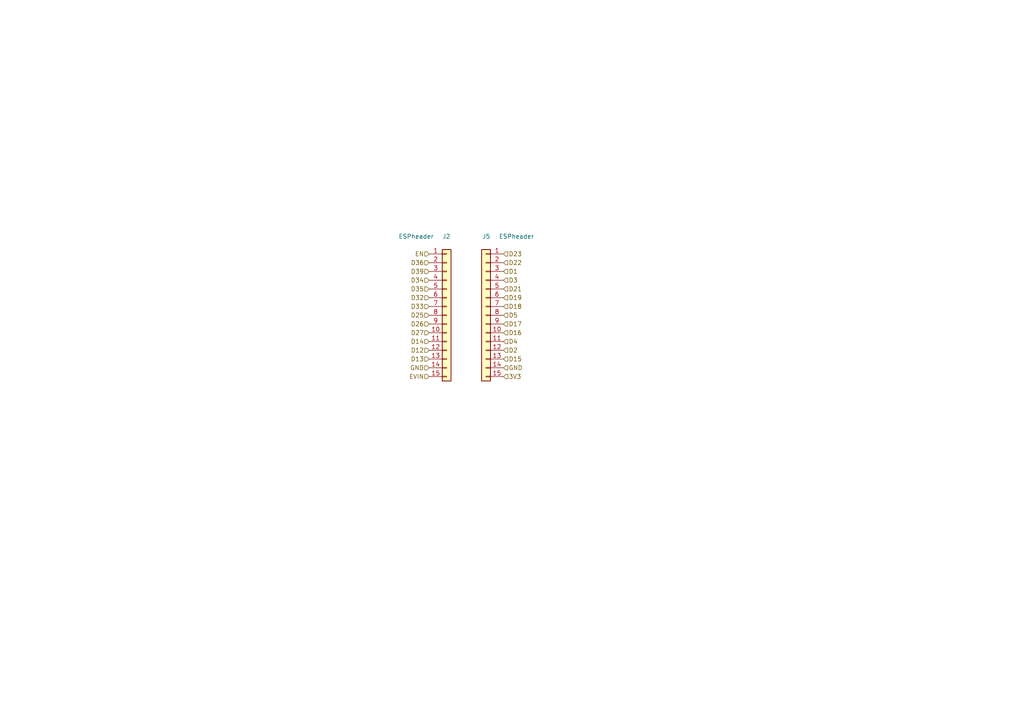
<source format=kicad_sch>
(kicad_sch (version 20230121) (generator eeschema)
  (paper "A4")
  (lib_symbols
    (symbol "Connector_Generic:Conn_01x15" (pin_names (offset 1.016) hide)
      (property "Reference" "J" (at 0 20.32 0))
      (property "Value" "Conn_01x15" (at 0 -20.32 0))
      (symbol "Conn_01x15_1_1"
        (rectangle (start -1.27 -17.653) (end 0 -17.907) (stroke (width 0.1524)))
        (rectangle (start -1.27 -15.113) (end 0 -15.367) (stroke (width 0.1524)))
        (rectangle (start -1.27 -12.573) (end 0 -12.827) (stroke (width 0.1524)))
        (rectangle (start -1.27 -10.033) (end 0 -10.287) (stroke (width 0.1524)))
        (rectangle (start -1.27 -7.493) (end 0 -7.747) (stroke (width 0.1524)))
        (rectangle (start -1.27 -4.953) (end 0 -5.207) (stroke (width 0.1524)))
        (rectangle (start -1.27 -2.413) (end 0 -2.667) (stroke (width 0.1524)))
        (rectangle (start -1.27 0.127) (end 0 -0.127) (stroke (width 0.1524)))
        (rectangle (start -1.27 2.667) (end 0 2.413) (stroke (width 0.1524)))
        (rectangle (start -1.27 5.207) (end 0 4.953) (stroke (width 0.1524)))
        (rectangle (start -1.27 7.747) (end 0 7.493) (stroke (width 0.1524)))
        (rectangle (start -1.27 10.287) (end 0 10.033) (stroke (width 0.1524)))
        (rectangle (start -1.27 12.827) (end 0 12.573) (stroke (width 0.1524)))
        (rectangle (start -1.27 15.367) (end 0 15.113) (stroke (width 0.1524)))
        (rectangle (start -1.27 17.907) (end 0 17.653) (stroke (width 0.1524)))
        (rectangle (start -1.27 19.05) (end 1.27 -19.05) (stroke (width 0.254)) (fill (type background)))
        (pin passive line (at -5.08 17.78 0) (length 3.81) (name "Pin_1") (number "1"))
        (pin passive line (at -5.08 -5.08 0) (length 3.81) (name "Pin_10") (number "10"))
        (pin passive line (at -5.08 -7.62 0) (length 3.81) (name "Pin_11") (number "11"))
        (pin passive line (at -5.08 -10.16 0) (length 3.81) (name "Pin_12") (number "12"))
        (pin passive line (at -5.08 -12.7 0) (length 3.81) (name "Pin_13") (number "13"))
        (pin passive line (at -5.08 -15.24 0) (length 3.81) (name "Pin_14") (number "14"))
        (pin passive line (at -5.08 -17.78 0) (length 3.81) (name "Pin_15") (number "15"))
        (pin passive line (at -5.08 15.24 0) (length 3.81) (name "Pin_2") (number "2"))
        (pin passive line (at -5.08 12.7 0) (length 3.81) (name "Pin_3") (number "3"))
        (pin passive line (at -5.08 10.16 0) (length 3.81) (name "Pin_4") (number "4"))
        (pin passive line (at -5.08 7.62 0) (length 3.81) (name "Pin_5") (number "5"))
        (pin passive line (at -5.08 5.08 0) (length 3.81) (name "Pin_6") (number "6"))
        (pin passive line (at -5.08 2.54 0) (length 3.81) (name "Pin_7") (number "7"))
        (pin passive line (at -5.08 0 0) (length 3.81) (name "Pin_8") (number "8"))
        (pin passive line (at -5.08 -2.54 0) (length 3.81) (name "Pin_9") (number "9"))
      )
    )
  )
  (hierarchical_label "D14" (shape input) (at 124.46 99.06 180))
  (hierarchical_label "GND" (shape input) (at 146.05 106.68 0))
  (hierarchical_label "D15" (shape input) (at 146.05 104.14 0))
  (hierarchical_label "D4" (shape input) (at 146.05 99.06 0))
  (hierarchical_label "D17" (shape input) (at 146.05 93.98 0))
  (hierarchical_label "EVIN" (shape input) (at 124.46 109.22 180))
  (hierarchical_label "D19" (shape input) (at 146.05 86.36 0))
  (hierarchical_label "D23" (shape input) (at 146.05 73.66 0))
  (hierarchical_label "D35" (shape input) (at 124.46 83.82 180))
  (hierarchical_label "D18" (shape input) (at 146.05 88.9 0))
  (hierarchical_label "D25" (shape input) (at 124.46 91.44 180))
  (hierarchical_label "D1" (shape input) (at 146.05 78.74 0))
  (hierarchical_label "D16" (shape input) (at 146.05 96.52 0))
  (hierarchical_label "3V3" (shape input) (at 146.05 109.22 0))
  (hierarchical_label "D13" (shape input) (at 124.46 104.14 180))
  (hierarchical_label "D33" (shape input) (at 124.46 88.9 180))
  (hierarchical_label "D39" (shape input) (at 124.46 78.74 180))
  (hierarchical_label "D36" (shape input) (at 124.46 76.2 180))
  (hierarchical_label "EN" (shape input) (at 124.46 73.66 180))
  (hierarchical_label "D26" (shape input) (at 124.46 93.98 180))
  (hierarchical_label "D5" (shape input) (at 146.05 91.44 0))
  (hierarchical_label "D27" (shape input) (at 124.46 96.52 180))
  (hierarchical_label "D21" (shape input) (at 146.05 83.82 0))
  (hierarchical_label "D22" (shape input) (at 146.05 76.2 0))
  (hierarchical_label "D3" (shape input) (at 146.05 81.28 0))
  (hierarchical_label "D2" (shape input) (at 146.05 101.6 0))
  (hierarchical_label "D34" (shape input) (at 124.46 81.28 180))
  (hierarchical_label "GND" (shape input) (at 124.46 106.68 180))
  (hierarchical_label "D12" (shape input) (at 124.46 101.6 180))
  (hierarchical_label "D32" (shape input) (at 124.46 86.36 180))
  (symbol (lib_id "Connector_Generic:Conn_01x15") (at 129.54 91.44 0) (unit 1)
    (property "Reference" "J2" (at 128.27 68.58 0) (effects (justify left)))
    (property "Value" "ESPheader" (at 115.57 68.58 0) (effects (justify left)))
    (property "Footprint" "Connector_PinHeader_2.54mm:PinHeader_1x15_P2.54mm_Vertical" (effects hide))
    (property "Datasheet" "https://www.lcsc.com/product-detail/Female-Headers_HCTL-HCTL-PM254-1-15-Z-8.5_C2897378.html" (effects hide))
    (property "LCSC" "C2897378" (effects hide))
  )
  (symbol (lib_id "Connector_Generic:Conn_01x15") (at 140.97 91.44 0) (mirror y) (unit 1)
    (property "Reference" "J5" (at 142.24 68.58 0) (effects (justify left)))
    (property "Value" "ESPheader" (at 154.94 68.58 0) (effects (justify left)))
    (property "Footprint" "Connector_PinHeader_2.54mm:PinHeader_1x15_P2.54mm_Vertical" (effects hide))
    (property "Datasheet" "https://www.lcsc.com/product-detail/Female-Headers_HCTL-HCTL-PM254-1-15-Z-8.5_C2897378.html" (effects hide))
    (property "LCSC" "C2897378" (effects hide))
  )
)
</source>
